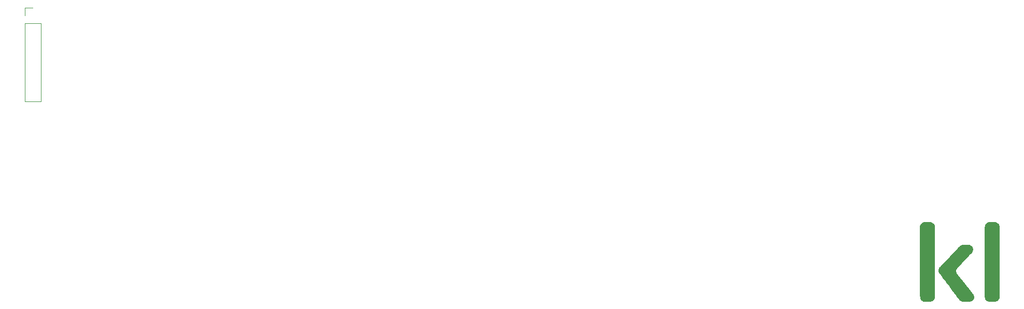
<source format=gbr>
%TF.GenerationSoftware,KiCad,Pcbnew,(5.99.0-2809-gaceed2b0a4)*%
%TF.CreationDate,2020-09-01T01:10:01-04:00*%
%TF.ProjectId,athene-pcb-f072,61746865-6e65-42d7-9063-622d66303732,rev?*%
%TF.SameCoordinates,Original*%
%TF.FileFunction,Legend,Top*%
%TF.FilePolarity,Positive*%
%FSLAX46Y46*%
G04 Gerber Fmt 4.6, Leading zero omitted, Abs format (unit mm)*
G04 Created by KiCad (PCBNEW (5.99.0-2809-gaceed2b0a4)) date 2020-09-01 01:10:01*
%MOMM*%
%LPD*%
G01*
G04 APERTURE LIST*
%ADD10C,0.120000*%
%ADD11C,5.000000*%
%ADD12C,3.987800*%
%ADD13C,3.048000*%
%ADD14C,3.300000*%
%ADD15R,1.700000X1.700000*%
%ADD16O,1.700000X1.700000*%
%ADD17C,3.980180*%
%ADD18C,1.700000*%
%ADD19C,2.950000*%
%ADD20C,0.650000*%
%ADD21O,1.000000X2.100000*%
%ADD22O,1.000000X1.600000*%
%ADD23R,1.998980X1.998980*%
%ADD24C,1.998980*%
G04 APERTURE END LIST*
%TO.C,kl logo*%
G36*
X167908009Y-95144575D02*
G01*
X168043585Y-95144934D01*
X168151557Y-95145801D01*
X168235934Y-95147395D01*
X168300726Y-95149935D01*
X168349942Y-95153641D01*
X168387593Y-95158732D01*
X168417687Y-95165427D01*
X168444235Y-95173947D01*
X168471112Y-95184454D01*
X168613782Y-95261005D01*
X168736549Y-95364281D01*
X168835177Y-95489697D01*
X168905428Y-95632672D01*
X168916815Y-95666546D01*
X168920074Y-95677514D01*
X168923126Y-95689397D01*
X168925977Y-95703352D01*
X168928634Y-95720535D01*
X168931105Y-95742103D01*
X168933395Y-95769213D01*
X168935511Y-95803021D01*
X168937461Y-95844684D01*
X168939252Y-95895358D01*
X168940889Y-95956199D01*
X168942380Y-96028365D01*
X168943732Y-96113011D01*
X168944952Y-96211295D01*
X168946046Y-96324372D01*
X168947021Y-96453400D01*
X168947885Y-96599535D01*
X168948643Y-96763933D01*
X168949303Y-96947751D01*
X168949871Y-97152145D01*
X168950355Y-97378272D01*
X168950761Y-97627289D01*
X168951095Y-97900352D01*
X168951366Y-98198618D01*
X168951579Y-98523242D01*
X168951742Y-98875382D01*
X168951861Y-99256195D01*
X168951943Y-99666836D01*
X168951995Y-100108462D01*
X168952023Y-100582230D01*
X168952035Y-101089296D01*
X168952038Y-101630817D01*
X168952038Y-101637000D01*
X168952035Y-102178908D01*
X168952023Y-102686349D01*
X168951995Y-103160479D01*
X168951943Y-103602454D01*
X168951862Y-104013431D01*
X168951743Y-104394567D01*
X168951581Y-104747018D01*
X168951369Y-105071940D01*
X168951099Y-105370491D01*
X168950765Y-105643826D01*
X168950360Y-105893102D01*
X168949877Y-106119476D01*
X168949309Y-106324105D01*
X168948651Y-106508144D01*
X168947894Y-106672750D01*
X168947032Y-106819080D01*
X168946058Y-106948291D01*
X168944965Y-107061538D01*
X168943747Y-107159979D01*
X168942396Y-107244770D01*
X168940906Y-107317067D01*
X168939270Y-107378027D01*
X168937482Y-107428807D01*
X168935534Y-107470563D01*
X168933419Y-107504452D01*
X168931131Y-107531629D01*
X168928663Y-107553253D01*
X168926008Y-107570478D01*
X168923159Y-107584463D01*
X168920109Y-107596362D01*
X168916852Y-107607333D01*
X168916815Y-107607454D01*
X168853507Y-107753666D01*
X168760925Y-107883353D01*
X168643391Y-107991843D01*
X168505226Y-108074467D01*
X168471112Y-108089268D01*
X168442873Y-108100126D01*
X168414714Y-108108834D01*
X168382424Y-108115657D01*
X168341789Y-108120858D01*
X168288596Y-108124702D01*
X168218632Y-108127453D01*
X168127684Y-108129374D01*
X168011538Y-108130731D01*
X167865983Y-108131787D01*
X167785348Y-108132259D01*
X167640518Y-108132607D01*
X167504068Y-108132045D01*
X167380881Y-108130662D01*
X167275839Y-108128544D01*
X167193822Y-108125780D01*
X167139714Y-108122459D01*
X167123039Y-108120311D01*
X166984040Y-108074395D01*
X166855032Y-107998499D01*
X166741187Y-107897937D01*
X166647677Y-107778026D01*
X166579673Y-107644081D01*
X166546638Y-107527869D01*
X166544931Y-107500606D01*
X166543335Y-107438187D01*
X166541849Y-107341080D01*
X166540476Y-107209752D01*
X166539216Y-107044672D01*
X166538070Y-106846308D01*
X166537039Y-106615127D01*
X166536125Y-106351597D01*
X166535327Y-106056186D01*
X166534648Y-105729362D01*
X166534088Y-105371593D01*
X166533648Y-104983347D01*
X166533329Y-104565092D01*
X166533132Y-104117294D01*
X166533059Y-103640424D01*
X166533109Y-103134947D01*
X166533285Y-102601333D01*
X166533587Y-102040049D01*
X166533918Y-101574370D01*
X166538504Y-95714490D01*
X166578836Y-95616523D01*
X166658408Y-95467767D01*
X166764284Y-95342800D01*
X166895037Y-95243050D01*
X167010523Y-95184836D01*
X167037448Y-95174187D01*
X167063799Y-95165598D01*
X167093582Y-95158849D01*
X167130807Y-95153717D01*
X167179479Y-95149981D01*
X167243608Y-95147421D01*
X167327199Y-95145814D01*
X167434261Y-95144940D01*
X167568802Y-95144577D01*
X167734828Y-95144504D01*
X167740818Y-95144504D01*
X167908009Y-95144575D01*
G37*
G36*
X173779936Y-98860200D02*
G01*
X173931169Y-98861177D01*
X174026373Y-98861940D01*
X174661665Y-98867224D01*
X174777865Y-98924457D01*
X174912583Y-99009403D01*
X175024222Y-99117681D01*
X175110672Y-99244523D01*
X175169822Y-99385159D01*
X175199559Y-99534820D01*
X175197773Y-99688739D01*
X175171611Y-99813778D01*
X175143145Y-99890640D01*
X175106639Y-99967003D01*
X175075702Y-100017823D01*
X175055262Y-100042159D01*
X175012047Y-100090418D01*
X174947826Y-100160706D01*
X174864369Y-100251126D01*
X174763446Y-100359784D01*
X174646826Y-100484783D01*
X174516279Y-100624230D01*
X174373574Y-100776228D01*
X174220483Y-100938882D01*
X174058773Y-101110297D01*
X173890216Y-101288577D01*
X173814731Y-101368291D01*
X173643671Y-101549167D01*
X173478714Y-101724206D01*
X173321632Y-101891495D01*
X173174193Y-102049123D01*
X173038170Y-102195175D01*
X172915331Y-102327740D01*
X172807448Y-102444903D01*
X172716290Y-102544753D01*
X172643628Y-102625377D01*
X172591232Y-102684862D01*
X172560872Y-102721294D01*
X172555011Y-102729431D01*
X172494560Y-102854036D01*
X172457426Y-102991114D01*
X172446910Y-103127225D01*
X172448969Y-103161076D01*
X172459538Y-103240254D01*
X172477471Y-103313430D01*
X172505651Y-103386223D01*
X172546962Y-103464250D01*
X172604288Y-103553127D01*
X172680511Y-103658473D01*
X172752801Y-103752937D01*
X172794394Y-103806401D01*
X172856077Y-103885604D01*
X172936022Y-103988201D01*
X173032402Y-104111848D01*
X173143387Y-104254200D01*
X173267150Y-104412914D01*
X173401862Y-104585644D01*
X173545696Y-104770046D01*
X173696822Y-104963777D01*
X173853414Y-105164491D01*
X174013642Y-105369844D01*
X174109987Y-105493311D01*
X174267047Y-105694711D01*
X174418424Y-105889076D01*
X174562612Y-106074460D01*
X174698104Y-106248915D01*
X174823396Y-106410494D01*
X174936980Y-106557249D01*
X175037351Y-106687234D01*
X175123004Y-106798499D01*
X175192431Y-106889099D01*
X175244127Y-106957085D01*
X175276586Y-107000511D01*
X175287681Y-107016243D01*
X175343441Y-107139486D01*
X175374300Y-107278950D01*
X175379904Y-107425035D01*
X175359893Y-107568142D01*
X175313913Y-107698669D01*
X175313115Y-107700297D01*
X175224187Y-107844308D01*
X175113168Y-107961235D01*
X174981683Y-108049718D01*
X174831360Y-108108399D01*
X174821823Y-108110930D01*
X174770822Y-108119090D01*
X174689721Y-108125892D01*
X174583879Y-108131337D01*
X174458655Y-108135432D01*
X174319408Y-108138179D01*
X174171495Y-108139582D01*
X174020277Y-108139646D01*
X173871112Y-108138374D01*
X173729359Y-108135771D01*
X173600376Y-108131839D01*
X173489522Y-108126583D01*
X173402157Y-108120008D01*
X173343639Y-108112116D01*
X173333805Y-108109847D01*
X173243076Y-108077207D01*
X173147852Y-108029318D01*
X173061800Y-107973862D01*
X173004218Y-107924591D01*
X172988884Y-107905409D01*
X172953506Y-107859182D01*
X172899256Y-107787481D01*
X172827307Y-107691876D01*
X172738832Y-107573939D01*
X172635005Y-107435241D01*
X172516998Y-107277353D01*
X172385984Y-107101845D01*
X172243136Y-106910288D01*
X172089628Y-106704254D01*
X171926632Y-106485313D01*
X171755322Y-106255037D01*
X171576870Y-106014996D01*
X171392449Y-105766761D01*
X171294940Y-105635446D01*
X171046629Y-105300762D01*
X170819371Y-104993972D01*
X170612765Y-104714525D01*
X170426413Y-104461874D01*
X170259915Y-104235471D01*
X170112871Y-104034765D01*
X169984883Y-103859210D01*
X169875550Y-103708256D01*
X169784474Y-103581355D01*
X169711256Y-103477959D01*
X169655495Y-103397517D01*
X169616792Y-103339484D01*
X169594749Y-103303308D01*
X169589958Y-103293522D01*
X169569104Y-103231037D01*
X169556930Y-103164907D01*
X169551618Y-103082668D01*
X169550961Y-103026341D01*
X169560560Y-102878266D01*
X169590871Y-102752750D01*
X169644167Y-102641873D01*
X169673852Y-102597900D01*
X169695266Y-102572518D01*
X169739291Y-102523581D01*
X169804187Y-102452917D01*
X169888211Y-102362359D01*
X169989623Y-102253737D01*
X170106680Y-102128881D01*
X170237642Y-101989621D01*
X170380766Y-101837789D01*
X170534312Y-101675214D01*
X170696538Y-101503728D01*
X170865702Y-101325161D01*
X171040064Y-101141343D01*
X171217881Y-100954105D01*
X171397413Y-100765278D01*
X171576918Y-100576692D01*
X171754653Y-100390178D01*
X171928879Y-100207565D01*
X172097854Y-100030686D01*
X172259835Y-99861370D01*
X172413082Y-99701447D01*
X172555854Y-99552749D01*
X172686408Y-99417106D01*
X172803004Y-99296348D01*
X172903899Y-99192307D01*
X172987353Y-99106811D01*
X173051624Y-99041693D01*
X173094971Y-98998783D01*
X173115652Y-98979911D01*
X173115849Y-98979773D01*
X173180389Y-98941664D01*
X173256168Y-98905529D01*
X173292658Y-98891249D01*
X173320791Y-98882093D01*
X173350259Y-98874764D01*
X173385076Y-98869103D01*
X173429258Y-98864950D01*
X173486820Y-98862143D01*
X173561776Y-98860523D01*
X173658144Y-98859929D01*
X173779936Y-98860200D01*
G37*
G36*
X178565985Y-95138496D02*
G01*
X178694262Y-95140121D01*
X178798499Y-95142985D01*
X178874725Y-95147013D01*
X178916509Y-95151647D01*
X179066440Y-95196835D01*
X179202332Y-95272145D01*
X179320005Y-95373466D01*
X179415278Y-95496687D01*
X179483968Y-95637698D01*
X179512525Y-95737631D01*
X179514421Y-95764383D01*
X179516228Y-95825133D01*
X179517946Y-95918254D01*
X179519576Y-96042120D01*
X179521117Y-96195105D01*
X179522570Y-96375582D01*
X179523934Y-96581925D01*
X179525209Y-96812508D01*
X179526396Y-97065704D01*
X179527495Y-97339888D01*
X179528505Y-97633432D01*
X179529426Y-97944710D01*
X179530259Y-98272097D01*
X179531003Y-98613966D01*
X179531659Y-98968690D01*
X179532226Y-99334643D01*
X179532704Y-99710199D01*
X179533095Y-100093731D01*
X179533396Y-100483614D01*
X179533609Y-100878220D01*
X179533733Y-101275924D01*
X179533769Y-101675099D01*
X179533716Y-102074119D01*
X179533575Y-102471357D01*
X179533345Y-102865188D01*
X179533027Y-103253984D01*
X179532620Y-103636120D01*
X179532125Y-104009970D01*
X179531540Y-104373906D01*
X179530868Y-104726303D01*
X179530107Y-105065534D01*
X179529257Y-105389973D01*
X179528319Y-105697993D01*
X179527292Y-105987969D01*
X179526177Y-106258274D01*
X179524973Y-106507281D01*
X179523680Y-106733365D01*
X179522299Y-106934899D01*
X179520830Y-107110256D01*
X179519272Y-107257811D01*
X179517625Y-107375936D01*
X179515890Y-107463007D01*
X179514066Y-107517395D01*
X179512525Y-107536369D01*
X179466131Y-107679104D01*
X179391741Y-107811724D01*
X179294637Y-107927283D01*
X179180100Y-108018835D01*
X179120142Y-108052377D01*
X179069395Y-108075477D01*
X179019307Y-108094075D01*
X178965374Y-108108636D01*
X178903096Y-108119625D01*
X178827970Y-108127507D01*
X178735494Y-108132746D01*
X178621167Y-108135807D01*
X178480487Y-108137154D01*
X178308952Y-108137253D01*
X178298041Y-108137230D01*
X178130360Y-108136443D01*
X177994395Y-108134774D01*
X177886244Y-108132055D01*
X177802007Y-108128119D01*
X177737781Y-108122796D01*
X177689666Y-108115920D01*
X177662568Y-108109848D01*
X177512249Y-108051782D01*
X177381224Y-107964834D01*
X177272197Y-107851652D01*
X177187874Y-107714882D01*
X177143708Y-107602421D01*
X177140584Y-107591684D01*
X177137659Y-107579431D01*
X177134926Y-107564508D01*
X177132379Y-107545759D01*
X177130012Y-107522030D01*
X177127817Y-107492166D01*
X177125788Y-107455012D01*
X177123919Y-107409414D01*
X177122203Y-107354216D01*
X177120633Y-107288263D01*
X177119204Y-107210402D01*
X177117908Y-107119477D01*
X177116739Y-107014333D01*
X177115690Y-106893816D01*
X177114755Y-106756771D01*
X177113928Y-106602043D01*
X177113202Y-106428477D01*
X177112570Y-106234919D01*
X177112025Y-106020213D01*
X177111562Y-105783205D01*
X177111174Y-105522741D01*
X177110854Y-105237665D01*
X177110595Y-104926822D01*
X177110392Y-104589058D01*
X177110237Y-104223219D01*
X177110124Y-103828148D01*
X177110047Y-103402692D01*
X177109999Y-102945695D01*
X177109973Y-102456004D01*
X177109963Y-101932462D01*
X177109962Y-101637289D01*
X177109965Y-101095367D01*
X177109977Y-100587913D01*
X177110005Y-100113769D01*
X177110057Y-99671780D01*
X177110138Y-99260790D01*
X177110257Y-98879640D01*
X177110419Y-98527176D01*
X177110631Y-98202241D01*
X177110901Y-97903678D01*
X177111235Y-97630330D01*
X177111640Y-97381042D01*
X177112123Y-97154656D01*
X177112690Y-96950016D01*
X177113349Y-96765966D01*
X177114106Y-96601349D01*
X177114968Y-96455008D01*
X177115942Y-96325788D01*
X177117035Y-96212531D01*
X177118253Y-96114082D01*
X177119603Y-96029283D01*
X177121093Y-95956978D01*
X177122729Y-95896011D01*
X177124517Y-95845225D01*
X177126465Y-95803463D01*
X177128580Y-95769570D01*
X177130868Y-95742388D01*
X177133336Y-95720761D01*
X177135991Y-95703533D01*
X177138839Y-95689547D01*
X177141888Y-95677647D01*
X177145145Y-95666675D01*
X177145185Y-95666546D01*
X177208489Y-95520344D01*
X177301057Y-95390667D01*
X177418554Y-95282199D01*
X177556643Y-95199628D01*
X177590888Y-95184782D01*
X177619890Y-95173711D01*
X177649091Y-95164847D01*
X177682823Y-95157892D01*
X177725421Y-95152549D01*
X177781216Y-95148518D01*
X177854541Y-95145503D01*
X177949730Y-95143206D01*
X178071115Y-95141329D01*
X178223030Y-95139573D01*
X178253193Y-95139255D01*
X178417638Y-95138182D01*
X178565985Y-95138496D01*
G37*
D10*
%TO.C,J3*%
X22920000Y-62636400D02*
X20260000Y-62636400D01*
X20260000Y-62636400D02*
X20260000Y-75396400D01*
X20260000Y-61366400D02*
X20260000Y-60036400D01*
X20260000Y-60036400D02*
X21590000Y-60036400D01*
X20260000Y-75396400D02*
X22920000Y-75396400D01*
X22920000Y-75396400D02*
X22920000Y-62636400D01*
%TD*%
%LPC*%
D11*
%TO.C,H4*%
X203200000Y-101600000D03*
%TD*%
D12*
%TO.C,ST_LSHIFT*%
X49244250Y-90805000D03*
D13*
X25368250Y-75565000D03*
D12*
X25368250Y-90805000D03*
D13*
X49244250Y-75565000D03*
%TD*%
%TO.C,ST_BKSP*%
X270637000Y-18415000D03*
D12*
X270637000Y-33655000D03*
D13*
X294513000Y-18415000D03*
D12*
X294513000Y-33655000D03*
%TD*%
D14*
%TO.C,H5*%
X282575000Y-101600000D03*
%TD*%
%TO.C,H3*%
X144462500Y-63500000D03*
%TD*%
D11*
%TO.C,H2*%
X40481250Y-101600000D03*
%TD*%
D12*
%TO.C,ST_ENTER*%
X292131750Y-55245000D03*
X268255750Y-55245000D03*
D13*
X292131750Y-70485000D03*
X268255750Y-70485000D03*
%TD*%
D11*
%TO.C,H1*%
X40481250Y-44450000D03*
%TD*%
D15*
%TO.C,J3*%
X21590000Y-61366400D03*
D16*
X21590000Y-63906400D03*
X21590000Y-66446400D03*
X21590000Y-68986400D03*
X21590000Y-71526400D03*
X21590000Y-74066400D03*
%TD*%
D11*
%TO.C,H6*%
X276225000Y-44454000D03*
%TD*%
D17*
%TO.C,K54*%
X220662500Y-82550000D03*
D18*
X215582500Y-82550000D03*
D19*
X223202500Y-77470000D03*
X216852500Y-80010000D03*
D18*
X225742500Y-82550000D03*
%TD*%
D20*
%TO.C,J1*%
X32035000Y-22062500D03*
X37815000Y-22062500D03*
D21*
X30605000Y-22592500D03*
D22*
X39245000Y-18412500D03*
X30605000Y-18412500D03*
D21*
X39245000Y-22592500D03*
%TD*%
D18*
%TO.C,K14*%
X287655000Y-25400000D03*
D19*
X278765000Y-22860000D03*
D17*
X282575000Y-25400000D03*
D18*
X277495000Y-25400000D03*
D19*
X285115000Y-20320000D03*
%TD*%
%TO.C,K58*%
X313690000Y-77470000D03*
X307340000Y-80010000D03*
D18*
X306070000Y-82550000D03*
D17*
X311150000Y-82550000D03*
D18*
X316230000Y-82550000D03*
%TD*%
D19*
%TO.C,K24*%
X183515000Y-41910000D03*
D18*
X192405000Y-44450000D03*
X182245000Y-44450000D03*
D19*
X189865000Y-39370000D03*
D17*
X187325000Y-44450000D03*
%TD*%
%TO.C,K51*%
X163512500Y-82550000D03*
D19*
X159702500Y-80010000D03*
D18*
X168592500Y-82550000D03*
D19*
X166052500Y-77470000D03*
D18*
X158432500Y-82550000D03*
%TD*%
D17*
%TO.C,K22*%
X149225000Y-44450000D03*
D19*
X145415000Y-41910000D03*
D18*
X154305000Y-44450000D03*
X144145000Y-44450000D03*
D19*
X151765000Y-39370000D03*
%TD*%
D18*
%TO.C,K59*%
X22701250Y-101600000D03*
D19*
X30321250Y-96520000D03*
D17*
X27781250Y-101600000D03*
D18*
X32861250Y-101600000D03*
D19*
X23971250Y-99060000D03*
%TD*%
D18*
%TO.C,K15*%
X306070000Y-25400000D03*
X316230000Y-25400000D03*
D19*
X307340000Y-22860000D03*
X313690000Y-20320000D03*
D17*
X311150000Y-25400000D03*
%TD*%
D19*
%TO.C,K6*%
X116840000Y-22860000D03*
D18*
X115570000Y-25400000D03*
D19*
X123190000Y-20320000D03*
D18*
X125730000Y-25400000D03*
D17*
X120650000Y-25400000D03*
%TD*%
%TO.C,K55*%
X239712500Y-82550000D03*
D18*
X234632500Y-82550000D03*
D19*
X235902500Y-80010000D03*
X242252500Y-77470000D03*
D18*
X244792500Y-82550000D03*
%TD*%
D19*
%TO.C,K9*%
X180340000Y-20320000D03*
D18*
X172720000Y-25400000D03*
D19*
X173990000Y-22860000D03*
D18*
X182880000Y-25400000D03*
D17*
X177800000Y-25400000D03*
%TD*%
D19*
%TO.C,K53*%
X204152500Y-77470000D03*
D17*
X201612500Y-82550000D03*
D19*
X197802500Y-80010000D03*
D18*
X206692500Y-82550000D03*
X196532500Y-82550000D03*
%TD*%
D19*
%TO.C,K31*%
X28733750Y-60960000D03*
D18*
X37623750Y-63500000D03*
D17*
X32543750Y-63500000D03*
D19*
X35083750Y-58420000D03*
D18*
X27463750Y-63500000D03*
%TD*%
D19*
%TO.C,K28*%
X259715000Y-41910000D03*
D18*
X258445000Y-44450000D03*
X268605000Y-44450000D03*
D17*
X263525000Y-44450000D03*
D19*
X266065000Y-39370000D03*
%TD*%
%TO.C,K30*%
X307340000Y-41910000D03*
D18*
X316230000Y-44450000D03*
D17*
X311150000Y-44450000D03*
D18*
X306070000Y-44450000D03*
D19*
X313690000Y-39370000D03*
%TD*%
D18*
%TO.C,K23*%
X173355000Y-44450000D03*
D17*
X168275000Y-44450000D03*
D19*
X164465000Y-41910000D03*
X170815000Y-39370000D03*
D18*
X163195000Y-44450000D03*
%TD*%
D23*
%TO.C,J2*%
X21590000Y-46228000D03*
D24*
X21590000Y-49403000D03*
X21590000Y-52578000D03*
X21590000Y-55753000D03*
%TD*%
D19*
%TO.C,K17*%
X50165000Y-41910000D03*
D18*
X48895000Y-44450000D03*
D19*
X56515000Y-39370000D03*
D17*
X53975000Y-44450000D03*
D18*
X59055000Y-44450000D03*
%TD*%
D17*
%TO.C,K26*%
X225425000Y-44450000D03*
D18*
X220345000Y-44450000D03*
X230505000Y-44450000D03*
D19*
X221615000Y-41910000D03*
X227965000Y-39370000D03*
%TD*%
D18*
%TO.C,K61*%
X70326250Y-101600000D03*
X80486250Y-101600000D03*
D17*
X75406250Y-101600000D03*
D19*
X71596250Y-99060000D03*
X77946250Y-96520000D03*
%TD*%
%TO.C,K5*%
X97790000Y-22860000D03*
D18*
X106680000Y-25400000D03*
X96520000Y-25400000D03*
D17*
X101600000Y-25400000D03*
D19*
X104140000Y-20320000D03*
%TD*%
D18*
%TO.C,K29*%
X292417500Y-44450000D03*
D19*
X283527500Y-41910000D03*
D18*
X282257500Y-44450000D03*
D17*
X287337500Y-44450000D03*
D19*
X289877500Y-39370000D03*
%TD*%
%TO.C,K47*%
X89852500Y-77470000D03*
X83502500Y-80010000D03*
D17*
X87312500Y-82550000D03*
D18*
X82232500Y-82550000D03*
X92392500Y-82550000D03*
%TD*%
%TO.C,K64*%
X254317500Y-101600000D03*
D19*
X245427500Y-99060000D03*
X251777500Y-96520000D03*
D18*
X244157500Y-101600000D03*
D17*
X249237500Y-101600000D03*
%TD*%
D19*
%TO.C,K2*%
X41910000Y-30480000D03*
D18*
X49530000Y-25400000D03*
X39370000Y-25400000D03*
D19*
X48260000Y-27940000D03*
D17*
X44450000Y-25400000D03*
%TD*%
%TO.C,K42*%
X249237500Y-63500000D03*
D18*
X254317500Y-63500000D03*
D19*
X245427500Y-60960000D03*
D18*
X244157500Y-63500000D03*
D19*
X251777500Y-58420000D03*
%TD*%
%TO.C,K38*%
X169227500Y-60960000D03*
D17*
X173037500Y-63500000D03*
D18*
X178117500Y-63500000D03*
D19*
X175577500Y-58420000D03*
D18*
X167957500Y-63500000D03*
%TD*%
%TO.C,K20*%
X106045000Y-44450000D03*
D17*
X111125000Y-44450000D03*
D19*
X113665000Y-39370000D03*
D18*
X116205000Y-44450000D03*
D19*
X107315000Y-41910000D03*
%TD*%
D18*
%TO.C,K52*%
X187642500Y-82550000D03*
X177482500Y-82550000D03*
D19*
X185102500Y-77470000D03*
D17*
X182562500Y-82550000D03*
D19*
X178752500Y-80010000D03*
%TD*%
D17*
%TO.C,K27*%
X244475000Y-44450000D03*
D19*
X240665000Y-41910000D03*
D18*
X249555000Y-44450000D03*
X239395000Y-44450000D03*
D19*
X247015000Y-39370000D03*
%TD*%
%TO.C,K4*%
X85090000Y-20320000D03*
D18*
X77470000Y-25400000D03*
D17*
X82550000Y-25400000D03*
D18*
X87630000Y-25400000D03*
D19*
X78740000Y-22860000D03*
%TD*%
D18*
%TO.C,K48*%
X111442500Y-82550000D03*
X101282500Y-82550000D03*
D19*
X102552500Y-80010000D03*
D17*
X106362500Y-82550000D03*
D19*
X108902500Y-77470000D03*
%TD*%
%TO.C,K49*%
X127952500Y-77470000D03*
D18*
X120332500Y-82550000D03*
D17*
X125412500Y-82550000D03*
D19*
X121602500Y-80010000D03*
D18*
X130492500Y-82550000D03*
%TD*%
%TO.C,K41*%
X235267500Y-63500000D03*
D17*
X230187500Y-63500000D03*
D19*
X226377500Y-60960000D03*
D18*
X225107500Y-63500000D03*
D19*
X232727500Y-58420000D03*
%TD*%
D18*
%TO.C,K33*%
X82867500Y-63500000D03*
D19*
X73977500Y-60960000D03*
X80327500Y-58420000D03*
D17*
X77787500Y-63500000D03*
D18*
X72707500Y-63500000D03*
%TD*%
%TO.C,K1*%
X20320000Y-25400000D03*
D19*
X29210000Y-27940000D03*
D17*
X25400000Y-25400000D03*
D18*
X30480000Y-25400000D03*
D19*
X22860000Y-30480000D03*
%TD*%
D12*
%TO.C,ST_SPACE*%
X96805750Y-93345000D03*
D13*
X196881750Y-108585000D03*
D12*
X196881750Y-93345000D03*
D13*
X96805750Y-108585000D03*
%TD*%
D19*
%TO.C,K32*%
X54927500Y-60960000D03*
D18*
X63817500Y-63500000D03*
X53657500Y-63500000D03*
D19*
X61277500Y-58420000D03*
D17*
X58737500Y-63500000D03*
%TD*%
D18*
%TO.C,K19*%
X86995000Y-44450000D03*
D17*
X92075000Y-44450000D03*
D19*
X94615000Y-39370000D03*
D18*
X97155000Y-44450000D03*
D19*
X88265000Y-41910000D03*
%TD*%
%TO.C,K18*%
X75565000Y-39370000D03*
D18*
X67945000Y-44450000D03*
D17*
X73025000Y-44450000D03*
D19*
X69215000Y-41910000D03*
D18*
X78105000Y-44450000D03*
%TD*%
D19*
%TO.C,K25*%
X202565000Y-41910000D03*
D18*
X201295000Y-44450000D03*
D17*
X206375000Y-44450000D03*
D18*
X211455000Y-44450000D03*
D19*
X208915000Y-39370000D03*
%TD*%
%TO.C,K50*%
X147002500Y-77470000D03*
X140652500Y-80010000D03*
D17*
X144462500Y-82550000D03*
D18*
X139382500Y-82550000D03*
X149542500Y-82550000D03*
%TD*%
%TO.C,K45*%
X32226250Y-82550000D03*
D17*
X37306250Y-82550000D03*
D18*
X42386250Y-82550000D03*
D19*
X33496250Y-80010000D03*
X39846250Y-77470000D03*
%TD*%
%TO.C,K36*%
X137477500Y-58420000D03*
D18*
X140017500Y-63500000D03*
D19*
X131127500Y-60960000D03*
D18*
X129857500Y-63500000D03*
D17*
X134937500Y-63500000D03*
%TD*%
D19*
%TO.C,K39*%
X188277500Y-60960000D03*
D18*
X197167500Y-63500000D03*
X187007500Y-63500000D03*
D19*
X194627500Y-58420000D03*
D17*
X192087500Y-63500000D03*
%TD*%
D18*
%TO.C,K3*%
X68580000Y-25400000D03*
D17*
X63500000Y-25400000D03*
D18*
X58420000Y-25400000D03*
D19*
X59690000Y-22860000D03*
X66040000Y-20320000D03*
%TD*%
D18*
%TO.C,K37*%
X159067500Y-63500000D03*
X148907500Y-63500000D03*
D17*
X153987500Y-63500000D03*
D19*
X156527500Y-58420000D03*
X150177500Y-60960000D03*
%TD*%
D18*
%TO.C,K60*%
X56673750Y-101600000D03*
D19*
X54133750Y-96520000D03*
D17*
X51593750Y-101600000D03*
D18*
X46513750Y-101600000D03*
D19*
X47783750Y-99060000D03*
%TD*%
D18*
%TO.C,K40*%
X216217500Y-63500000D03*
D19*
X213677500Y-58420000D03*
D17*
X211137500Y-63500000D03*
D18*
X206057500Y-63500000D03*
D19*
X207327500Y-60960000D03*
%TD*%
%TO.C,K43*%
X276383750Y-60960000D03*
X282733750Y-58420000D03*
D17*
X280193750Y-63500000D03*
D18*
X275113750Y-63500000D03*
X285273750Y-63500000D03*
%TD*%
D19*
%TO.C,K10*%
X193040000Y-22860000D03*
X199390000Y-20320000D03*
D18*
X201930000Y-25400000D03*
X191770000Y-25400000D03*
D17*
X196850000Y-25400000D03*
%TD*%
D19*
%TO.C,K46*%
X64452500Y-80010000D03*
D18*
X73342500Y-82550000D03*
X63182500Y-82550000D03*
D17*
X68262500Y-82550000D03*
D19*
X70802500Y-77470000D03*
%TD*%
%TO.C,K56*%
X268446250Y-77470000D03*
D17*
X265906250Y-82550000D03*
D18*
X260826250Y-82550000D03*
D19*
X262096250Y-80010000D03*
D18*
X270986250Y-82550000D03*
%TD*%
%TO.C,K13*%
X259080000Y-25400000D03*
D19*
X256540000Y-20320000D03*
D18*
X248920000Y-25400000D03*
D17*
X254000000Y-25400000D03*
D19*
X250190000Y-22860000D03*
%TD*%
%TO.C,K34*%
X99377500Y-58420000D03*
D18*
X101917500Y-63500000D03*
X91757500Y-63500000D03*
D19*
X93027500Y-60960000D03*
D17*
X96837500Y-63500000D03*
%TD*%
D19*
%TO.C,K62*%
X143033750Y-99060000D03*
D18*
X141763750Y-101600000D03*
D17*
X146843750Y-101600000D03*
D18*
X151923750Y-101600000D03*
D19*
X149383750Y-96520000D03*
%TD*%
D18*
%TO.C,K35*%
X120967500Y-63500000D03*
X110807500Y-63500000D03*
D19*
X112077500Y-60960000D03*
D17*
X115887500Y-63500000D03*
D19*
X118427500Y-58420000D03*
%TD*%
D17*
%TO.C,K65*%
X273050000Y-101600000D03*
D19*
X269240000Y-99060000D03*
D18*
X267970000Y-101600000D03*
D19*
X275590000Y-96520000D03*
D18*
X278130000Y-101600000D03*
%TD*%
%TO.C,K63*%
X215582500Y-101600000D03*
X225742500Y-101600000D03*
D19*
X223202500Y-96520000D03*
X216852500Y-99060000D03*
D17*
X220662500Y-101600000D03*
%TD*%
%TO.C,K44*%
X311150000Y-63500000D03*
D19*
X307340000Y-60960000D03*
D18*
X306070000Y-63500000D03*
X316230000Y-63500000D03*
D19*
X313690000Y-58420000D03*
%TD*%
D18*
%TO.C,K16*%
X35242500Y-44450000D03*
D19*
X26352500Y-41910000D03*
D18*
X25082500Y-44450000D03*
D19*
X32702500Y-39370000D03*
D17*
X30162500Y-44450000D03*
%TD*%
D19*
%TO.C,K67*%
X313690000Y-96520000D03*
D17*
X311150000Y-101600000D03*
D18*
X306070000Y-101600000D03*
X316230000Y-101600000D03*
D19*
X307340000Y-99060000D03*
%TD*%
D18*
%TO.C,K57*%
X287020000Y-82550000D03*
D17*
X292100000Y-82550000D03*
D19*
X288290000Y-80010000D03*
D18*
X297180000Y-82550000D03*
D19*
X294640000Y-77470000D03*
%TD*%
D17*
%TO.C,K66*%
X292100000Y-101600000D03*
D19*
X288290000Y-99060000D03*
X294640000Y-96520000D03*
D18*
X297180000Y-101600000D03*
X287020000Y-101600000D03*
%TD*%
D17*
%TO.C,K11*%
X215900000Y-25400000D03*
D18*
X210820000Y-25400000D03*
D19*
X218440000Y-20320000D03*
X212090000Y-22860000D03*
D18*
X220980000Y-25400000D03*
%TD*%
%TO.C,K8*%
X153670000Y-25400000D03*
X163830000Y-25400000D03*
D19*
X161290000Y-20320000D03*
D17*
X158750000Y-25400000D03*
D19*
X154940000Y-22860000D03*
%TD*%
D17*
%TO.C,K7*%
X139700000Y-25400000D03*
D18*
X134620000Y-25400000D03*
D19*
X142240000Y-20320000D03*
X135890000Y-22860000D03*
D18*
X144780000Y-25400000D03*
%TD*%
%TO.C,K21*%
X135255000Y-44450000D03*
X125095000Y-44450000D03*
D19*
X126365000Y-41910000D03*
D17*
X130175000Y-44450000D03*
D19*
X132715000Y-39370000D03*
%TD*%
D18*
%TO.C,K12*%
X229870000Y-25400000D03*
D19*
X231140000Y-22860000D03*
X237490000Y-20320000D03*
D18*
X240030000Y-25400000D03*
D17*
X234950000Y-25400000D03*
%TD*%
M02*

</source>
